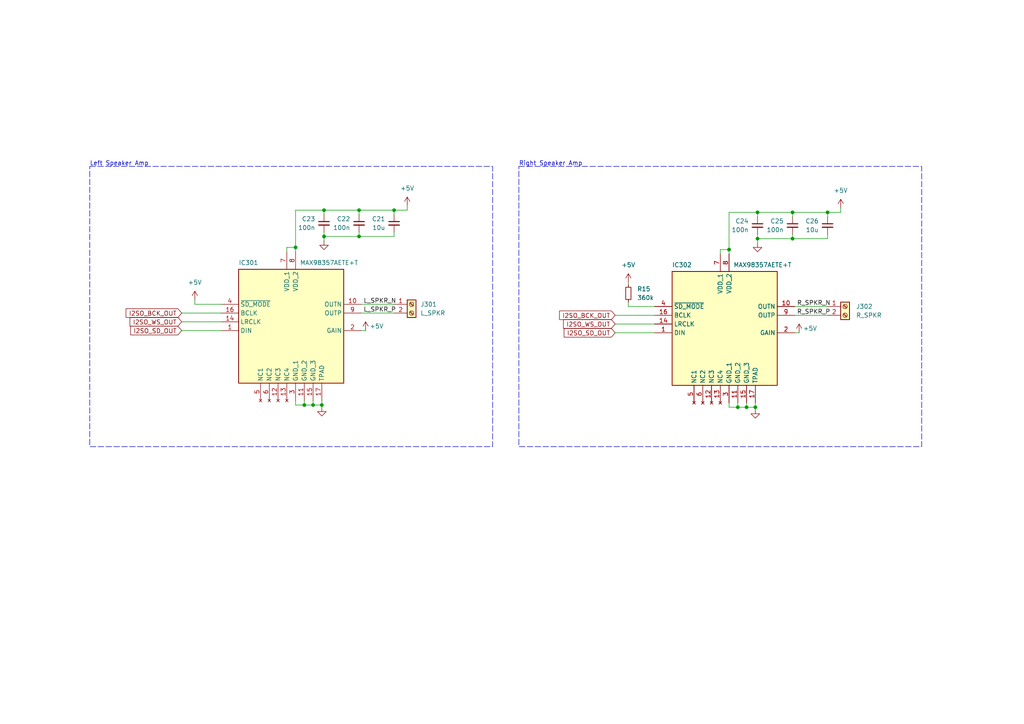
<source format=kicad_sch>
(kicad_sch (version 20230121) (generator eeschema)
  (paper "A4")
  (lib_symbols
    (symbol "Connector:Screw_Terminal_01x02" (pin_names (offset 1.016) hide)
      (property "Reference" "J" (at 0 2.54 0))
      (property "Value" "Screw_Terminal_01x02" (at 0 -5.08 0))
      (symbol "Screw_Terminal_01x02_1_1"
        (rectangle (start -1.27 1.27) (end 1.27 -3.81) (stroke (width 0.254)) (fill (type background)))
        (circle (center 0 -2.54) (radius 0.635) (stroke (width 0.1524)))
        (polyline (pts (xy -0.5334 -2.2098) (xy 0.3302 -3.048)) (stroke (width 0.1524)))
        (polyline (pts (xy -0.5334 0.3302) (xy 0.3302 -0.508)) (stroke (width 0.1524)))
        (polyline (pts (xy -0.3556 -2.032) (xy 0.508 -2.8702)) (stroke (width 0.1524)))
        (polyline (pts (xy -0.3556 0.508) (xy 0.508 -0.3302)) (stroke (width 0.1524)))
        (circle (center 0 0) (radius 0.635) (stroke (width 0.1524)))
        (pin passive line (at -5.08 0 0) (length 3.81) (name "Pin_1") (number "1"))
        (pin passive line (at -5.08 -2.54 0) (length 3.81) (name "Pin_2") (number "2"))
      )
    )
    (symbol "Device:C_Small" (pin_numbers hide) (pin_names (offset 0.254) hide)
      (property "Reference" "C" (at 0.254 1.778 0))
      (property "Value" "C_Small" (at 0.254 -2.032 0))
      (symbol "C_Small_0_1"
        (polyline (pts (xy -1.524 -0.508) (xy 1.524 -0.508)) (stroke (width 0.3302)))
        (polyline (pts (xy -1.524 0.508) (xy 1.524 0.508)) (stroke (width 0.3048)))
      )
      (symbol "C_Small_1_1"
        (pin passive line (at 0 2.54 270) (length 2.032) (name "~") (number "1"))
        (pin passive line (at 0 -2.54 90) (length 2.032) (name "~") (number "2"))
      )
    )
    (symbol "Device:R_Small" (pin_numbers hide) (pin_names (offset 0.254) hide)
      (property "Reference" "R" (at 0.762 0.508 0))
      (property "Value" "R_Small" (at 0.762 -1.016 0))
      (symbol "R_Small_0_1"
        (rectangle (start -0.762 1.778) (end 0.762 -1.778) (stroke (width 0.2032)))
      )
      (symbol "R_Small_1_1"
        (pin passive line (at 0 2.54 270) (length 0.762) (name "~") (number "1"))
        (pin passive line (at 0 -2.54 90) (length 0.762) (name "~") (number "2"))
      )
    )
    (symbol "MAX98357AETE+T:MAX98357AETE+T"
      (property "Reference" "IC302" (at 23.7841 17.78 0))
      (property "Value" "MAX98357AETE+T" (at 23.7841 15.24 0))
      (symbol "MAX98357AETE+T_1_1"
        (rectangle (start 5.08 12.7) (end 35.56 -20.32) (stroke (width 0.254)) (fill (type background)))
        (pin input line (at 0 -5.08 0) (length 5.08) (name "DIN") (number "1"))
        (pin output line (at 40.64 2.54 180) (length 5.08) (name "OUTN") (number "10"))
        (pin power_in line (at 24.13 -25.4 90) (length 5.08) (name "GND_2") (number "11"))
        (pin no_connect line (at 16.51 -25.4 90) (length 5.08) (name "NC3") (number "12"))
        (pin no_connect line (at 19.05 -25.4 90) (length 5.08) (name "NC4") (number "13"))
        (pin input line (at 0 -2.54 0) (length 5.08) (name "LRCLK") (number "14"))
        (pin power_in line (at 26.67 -25.4 90) (length 5.08) (name "GND_3") (number "15"))
        (pin input line (at 0 0 0) (length 5.08) (name "BCLK") (number "16"))
        (pin power_in line (at 29.21 -25.4 90) (length 5.08) (name "TPAD") (number "17"))
        (pin passive line (at 40.64 -5.08 180) (length 5.08) (name "GAIN") (number "2"))
        (pin power_in line (at 21.59 -25.4 90) (length 5.08) (name "GND_1") (number "3"))
        (pin input line (at 0 2.54 0) (length 5.08) (name "~{SD_MODE}") (number "4"))
        (pin no_connect line (at 11.43 -25.4 90) (length 5.08) (name "NC1") (number "5"))
        (pin no_connect line (at 13.97 -25.4 90) (length 5.08) (name "NC2") (number "6"))
        (pin power_in line (at 19.05 17.78 270) (length 5.08) (name "VDD_1") (number "7"))
        (pin power_in line (at 21.59 17.78 270) (length 5.08) (name "VDD_2") (number "8"))
        (pin output line (at 40.64 0 180) (length 5.08) (name "OUTP") (number "9"))
      )
    )
    (symbol "power:+5V" (power) (pin_names (offset 0))
      (property "Value" "+5V" (at 0 3.556 0))
      (symbol "+5V_0_1"
        (polyline (pts (xy -0.762 1.27) (xy 0 2.54)))
        (polyline (pts (xy 0 0) (xy 0 2.54)))
        (polyline (pts (xy 0 2.54) (xy 0.762 1.27)))
      )
      (symbol "+5V_1_1"
        (pin power_in line (at 0 0 90) (length 0) hide (name "+5V") (number "1"))
      )
    )
    (symbol "power:GND" (power) (pin_names (offset 0))
      (property "Value" "GND" (at 0 -3.81 0))
      (symbol "GND_0_1"
        (polyline (pts (xy 0 0) (xy 0 -1.27) (xy 1.27 -1.27) (xy 0 -2.54) (xy -1.27 -1.27) (xy 0 -1.27)))
      )
      (symbol "GND_1_1"
        (pin power_in line (at 0 0 270) (length 0) hide (name "GND") (number "1"))
      )
    )
  )
  (junction (at 219.71 69.215))
  (junction (at 93.98 68.58))
  (junction (at 219.075 118.11))
  (junction (at 114.3 60.96))
  (junction (at 229.87 69.215))
  (junction (at 85.725 71.755))
  (junction (at 240.03 61.595))
  (junction (at 219.71 61.595))
  (junction (at 229.87 61.595))
  (junction (at 211.455 72.39))
  (junction (at 104.14 60.96))
  (junction (at 90.805 117.475))
  (junction (at 104.14 68.58))
  (junction (at 213.995 118.11))
  (junction (at 216.535 118.11))
  (junction (at 88.265 117.475))
  (junction (at 93.98 60.96))
  (junction (at 93.345 117.475))
  (wire (pts (xy 85.725 71.755) (xy 83.185 71.755)))
  (wire (pts (xy 243.84 60.325) (xy 243.84 61.595)))
  (wire (pts (xy 56.515 86.995) (xy 56.515 88.265)))
  (wire (pts (xy 182.245 87.63) (xy 182.245 88.9)))
  (wire (pts (xy 52.705 90.805) (xy 64.135 90.805)))
  (wire (pts (xy 64.135 88.265) (xy 56.515 88.265)))
  (wire (pts (xy 52.705 95.885) (xy 64.135 95.885)))
  (wire (pts (xy 114.3 67.31) (xy 114.3 68.58)))
  (wire (pts (xy 118.11 60.96) (xy 114.3 60.96)))
  (wire (pts (xy 213.995 118.11) (xy 216.535 118.11)))
  (wire (pts (xy 219.71 69.215) (xy 229.87 69.215)))
  (wire (pts (xy 104.14 60.96) (xy 93.98 60.96)))
  (wire (pts (xy 85.725 60.96) (xy 85.725 71.755)))
  (wire (pts (xy 104.775 90.805) (xy 114.3 90.805)))
  (wire (pts (xy 104.14 60.96) (xy 104.14 62.23)))
  (wire (pts (xy 104.14 67.31) (xy 104.14 68.58)))
  (wire (pts (xy 118.11 59.69) (xy 118.11 60.96)))
  (wire (pts (xy 240.03 61.595) (xy 229.87 61.595)))
  (wire (pts (xy 219.71 69.215) (xy 219.71 70.485)))
  (wire (pts (xy 104.775 88.265) (xy 114.3 88.265)))
  (wire (pts (xy 52.705 93.345) (xy 64.135 93.345)))
  (wire (pts (xy 178.435 93.98) (xy 189.865 93.98)))
  (wire (pts (xy 216.535 118.11) (xy 219.075 118.11)))
  (wire (pts (xy 229.87 67.945) (xy 229.87 69.215)))
  (wire (pts (xy 230.505 88.9) (xy 240.03 88.9)))
  (wire (pts (xy 229.87 69.215) (xy 240.03 69.215)))
  (wire (pts (xy 219.71 61.595) (xy 211.455 61.595)))
  (wire (pts (xy 230.505 96.52) (xy 231.775 96.52)))
  (wire (pts (xy 85.725 117.475) (xy 88.265 117.475)))
  (wire (pts (xy 211.455 118.11) (xy 213.995 118.11)))
  (wire (pts (xy 93.98 67.31) (xy 93.98 68.58)))
  (wire (pts (xy 93.98 60.96) (xy 85.725 60.96)))
  (wire (pts (xy 104.775 95.885) (xy 106.045 95.885)))
  (wire (pts (xy 85.725 116.205) (xy 85.725 117.475)))
  (wire (pts (xy 182.245 81.915) (xy 182.245 82.55)))
  (wire (pts (xy 240.03 67.945) (xy 240.03 69.215)))
  (wire (pts (xy 114.3 62.23) (xy 114.3 60.96)))
  (wire (pts (xy 219.71 67.945) (xy 219.71 69.215)))
  (wire (pts (xy 178.435 96.52) (xy 189.865 96.52)))
  (wire (pts (xy 83.185 71.755) (xy 83.185 73.025)))
  (wire (pts (xy 178.435 91.44) (xy 189.865 91.44)))
  (wire (pts (xy 93.98 60.96) (xy 93.98 62.23)))
  (wire (pts (xy 219.71 61.595) (xy 219.71 62.865)))
  (wire (pts (xy 211.455 61.595) (xy 211.455 72.39)))
  (wire (pts (xy 229.87 61.595) (xy 229.87 62.865)))
  (wire (pts (xy 211.455 72.39) (xy 211.455 73.66)))
  (wire (pts (xy 114.3 60.96) (xy 104.14 60.96)))
  (wire (pts (xy 219.075 118.11) (xy 219.075 116.84)))
  (wire (pts (xy 208.915 72.39) (xy 208.915 73.66)))
  (wire (pts (xy 216.535 116.84) (xy 216.535 118.11)))
  (wire (pts (xy 219.075 118.11) (xy 219.075 118.745)))
  (wire (pts (xy 88.265 116.205) (xy 88.265 117.475)))
  (wire (pts (xy 90.805 117.475) (xy 93.345 117.475)))
  (wire (pts (xy 243.84 61.595) (xy 240.03 61.595)))
  (wire (pts (xy 93.98 68.58) (xy 93.98 69.85)))
  (wire (pts (xy 93.345 117.475) (xy 93.345 118.11)))
  (wire (pts (xy 213.995 116.84) (xy 213.995 118.11)))
  (wire (pts (xy 93.98 68.58) (xy 104.14 68.58)))
  (wire (pts (xy 104.14 68.58) (xy 114.3 68.58)))
  (wire (pts (xy 182.245 88.9) (xy 189.865 88.9)))
  (wire (pts (xy 229.87 61.595) (xy 219.71 61.595)))
  (wire (pts (xy 211.455 116.84) (xy 211.455 118.11)))
  (wire (pts (xy 211.455 72.39) (xy 208.915 72.39)))
  (wire (pts (xy 230.505 91.44) (xy 240.03 91.44)))
  (wire (pts (xy 90.805 116.205) (xy 90.805 117.475)))
  (wire (pts (xy 93.345 117.475) (xy 93.345 116.205)))
  (wire (pts (xy 85.725 71.755) (xy 85.725 73.025)))
  (wire (pts (xy 88.265 117.475) (xy 90.805 117.475)))
  (wire (pts (xy 240.03 62.865) (xy 240.03 61.595)))
  (rectangle (start 26.035 48.26) (end 142.875 129.54) (stroke (width 0) (type dash)))
  (rectangle (start 150.495 48.26) (end 267.335 129.54) (stroke (width 0) (type dash)))
  (text "Left Speaker Amp" (at 26.035 48.26 0) (effects (font (size 1.27 1.27)) (justify left bottom)))
  (text "Right Speaker Amp" (at 150.495 48.26 0) (effects (font (size 1.27 1.27)) (justify left bottom)))
  (label "R_SPKR_N" (at 231.14 88.9 0))
  (label "L_SPKR_N" (at 105.41 88.265 0))
  (label "L_SPKR_P" (at 105.41 90.805 0))
  (label "R_SPKR_P" (at 231.14 91.44 0))
  (global_label "I2SO_BCK_OUT" (shape input) (at 178.435 91.44 180) (property "Intersheetrefs" "${INTERSHEET_REFS}" (effects hide)))
  (global_label "I2SO_SD_OUT" (shape input) (at 178.435 96.52 180) (property "Intersheetrefs" "${INTERSHEET_REFS}" (effects hide)))
  (global_label "I2SO_WS_OUT" (shape input) (at 178.435 93.98 180) (property "Intersheetrefs" "${INTERSHEET_REFS}" (effects hide)))
  (global_label "I2SO_WS_OUT" (shape input) (at 52.705 93.345 180) (property "Intersheetrefs" "${INTERSHEET_REFS}" (effects hide)))
  (global_label "I2SO_SD_OUT" (shape input) (at 52.705 95.885 180) (property "Intersheetrefs" "${INTERSHEET_REFS}" (effects hide)))
  (global_label "I2SO_BCK_OUT" (shape input) (at 52.705 90.805 180) (property "Intersheetrefs" "${INTERSHEET_REFS}" (effects hide)))
  (symbol (lib_id "Device:C_Small") (at 219.71 65.405 0) (mirror y) (unit 1)
    (property "Reference" "C24" (at 217.17 64.135 0) (effects (justify left)))
    (property "Value" "100n" (at 217.17 66.675 0) (effects (justify left)))
    (property "Footprint" "Capacitor_SMD:C_0402_1005Metric" (effects hide))
    (property "LCSC" "C1525" (effects hide))
    (instances (project "internet-radio-speaker" (path "" (reference "C24") (unit 1)) (path "" (reference "C304") (unit 1))))
  )
  (symbol (lib_id "power:+5V") (at 106.045 95.885 0) (unit 1)
    (property "Reference" "#PWR039" (effects hide))
    (property "Value" "+5V" (at 109.22 94.615 0))
    (instances (project "internet-radio-speaker" (path "" (reference "#PWR039") (unit 1)) (path "" (reference "#PWR0307") (unit 1))))
  )
  (symbol (lib_id "power:GND") (at 219.075 118.745 0) (unit 1)
    (property "Reference" "#PWR041" (effects hide))
    (property "Value" "GND" (effects hide))
    (instances (project "internet-radio-speaker" (path "" (reference "#PWR041") (unit 1)) (path "" (reference "#PWR0310") (unit 1))))
  )
  (symbol (lib_id "power:+5V") (at 56.515 86.995 0) (unit 1)
    (property "Reference" "#PWR044" (effects hide))
    (property "Value" "+5V" (at 56.515 81.915 0))
    (instances (project "internet-radio-speaker" (path "" (reference "#PWR044") (unit 1)) (path "" (reference "#PWR0306") (unit 1))))
  )
  (symbol (lib_id "power:+5V") (at 231.775 96.52 0) (unit 1)
    (property "Reference" "#PWR045" (effects hide))
    (property "Value" "+5V" (at 234.95 95.25 0))
    (instances (project "internet-radio-speaker" (path "" (reference "#PWR045") (unit 1)) (path "" (reference "#PWR0308") (unit 1))))
  )
  (symbol (lib_id "Connector:Screw_Terminal_01x02") (at 245.11 88.9 0) (unit 1)
    (property "Reference" "J302" (at 248.285 88.9 0) (effects (justify left)))
    (property "Value" "R_SPKR" (at 248.285 91.44 0) (effects (justify left)))
    (property "Footprint" "TerminalBlock:TerminalBlock_bornier-2_P5.08mm" (effects hide))
  )
  (symbol (lib_id "power:+5V") (at 243.84 60.325 0) (unit 1)
    (property "Reference" "#PWR037" (effects hide))
    (property "Value" "+5V" (at 243.84 55.245 0))
    (instances (project "internet-radio-speaker" (path "" (reference "#PWR037") (unit 1)) (path "" (reference "#PWR0302") (unit 1))))
  )
  (symbol (lib_id "Device:C_Small") (at 240.03 65.405 0) (mirror y) (unit 1)
    (property "Reference" "C26" (at 237.49 64.135 0) (effects (justify left)))
    (property "Value" "10u" (at 237.49 66.675 0) (effects (justify left)))
    (property "Footprint" "Capacitor_SMD:C_0603_1608Metric" (effects hide))
    (property "LCSC" "C15525" (effects hide))
    (instances (project "internet-radio-speaker" (path "" (reference "C26") (unit 1)) (path "" (reference "C306") (unit 1))))
  )
  (symbol (lib_id "power:GND") (at 93.345 118.11 0) (unit 1)
    (property "Reference" "#PWR042" (effects hide))
    (property "Value" "GND" (effects hide))
    (instances (project "internet-radio-speaker" (path "" (reference "#PWR042") (unit 1)) (path "" (reference "#PWR0309") (unit 1))))
  )
  (symbol (lib_id "power:GND") (at 219.71 70.485 0) (unit 1)
    (property "Reference" "#PWR040" (effects hide))
    (property "Value" "GND" (effects hide))
    (instances (project "internet-radio-speaker" (path "" (reference "#PWR040") (unit 1)) (path "" (reference "#PWR0304") (unit 1))))
  )
  (symbol (lib_id "MAX98357AETE+T:MAX98357AETE+T") (at 64.135 90.805 0) (unit 1)
    (property "Reference" "IC301" (at 69.215 76.2 0) (effects (justify left)))
    (property "Value" "MAX98357AETE+T" (at 86.995 76.2 0) (effects (justify left)))
    (property "Footprint" "Package_DFN_QFN:TQFN-16-1EP_3x3mm_P0.5mm_EP1.23x1.23mm_ThermalVias" (effects hide))
    (property "Datasheet" "https://datasheets.maximintegrated.com/en/ds/MAX98357A-MAX98357B.pdf" (effects hide))
    (property "LCSC" "C910544" (effects hide))
  )
  (symbol (lib_id "power:GND") (at 93.98 69.85 0) (unit 1)
    (property "Reference" "#PWR038" (effects hide))
    (property "Value" "GND" (effects hide))
    (instances (project "internet-radio-speaker" (path "" (reference "#PWR038") (unit 1)) (path "" (reference "#PWR0303") (unit 1))))
  )
  (symbol (lib_id "Device:C_Small") (at 93.98 64.77 0) (mirror y) (unit 1)
    (property "Reference" "C23" (at 91.44 63.5 0) (effects (justify left)))
    (property "Value" "100n" (at 91.44 66.04 0) (effects (justify left)))
    (property "Footprint" "Capacitor_SMD:C_0402_1005Metric" (effects hide))
    (property "LCSC" "C1525" (effects hide))
    (instances (project "internet-radio-speaker" (path "" (reference "C23") (unit 1)) (path "" (reference "C301") (unit 1))))
  )
  (symbol (lib_id "Device:C_Small") (at 104.14 64.77 0) (mirror y) (unit 1)
    (property "Reference" "C22" (at 101.6 63.5 0) (effects (justify left)))
    (property "Value" "100n" (at 101.6 66.04 0) (effects (justify left)))
    (property "Footprint" "Capacitor_SMD:C_0402_1005Metric" (effects hide))
    (property "LCSC" "C1525" (effects hide))
    (instances (project "internet-radio-speaker" (path "" (reference "C22") (unit 1)) (path "" (reference "C302") (unit 1))))
  )
  (symbol (lib_id "power:+5V") (at 118.11 59.69 0) (unit 1)
    (property "Reference" "#PWR06" (effects hide))
    (property "Value" "+5V" (at 118.11 54.61 0))
    (instances (project "internet-radio-speaker" (path "" (reference "#PWR06") (unit 1)) (path "" (reference "#PWR0301") (unit 1))))
  )
  (symbol (lib_id "Device:C_Small") (at 114.3 64.77 0) (mirror y) (unit 1)
    (property "Reference" "C21" (at 111.76 63.5 0) (effects (justify left)))
    (property "Value" "10u" (at 111.76 66.04 0) (effects (justify left)))
    (property "Footprint" "Capacitor_SMD:C_0603_1608Metric" (effects hide))
    (property "LCSC" "C15525" (effects hide))
    (instances (project "internet-radio-speaker" (path "" (reference "C21") (unit 1)) (path "" (reference "C303") (unit 1))))
  )
  (symbol (lib_id "Device:R_Small") (at 182.245 85.09 0) (unit 1)
    (property "Reference" "R15" (at 184.785 83.82 0) (effects (justify left)))
    (property "Value" "360k" (at 184.785 86.36 0) (effects (justify left)))
    (property "Footprint" "Resistor_SMD:R_0402_1005Metric" (effects hide))
    (property "LCSC" "C45956" (effects hide))
    (instances (project "internet-radio-speaker" (path "" (reference "R15") (unit 1)) (path "" (reference "R301") (unit 1))))
  )
  (symbol (lib_id "MAX98357AETE+T:MAX98357AETE+T") (at 189.865 91.44 0) (unit 1)
    (property "Reference" "IC302" (at 194.945 76.835 0) (effects (justify left)))
    (property "Value" "MAX98357AETE+T" (at 212.725 76.835 0) (effects (justify left)))
    (property "Footprint" "Package_DFN_QFN:TQFN-16-1EP_3x3mm_P0.5mm_EP1.23x1.23mm_ThermalVias" (effects hide))
    (property "Datasheet" "https://datasheets.maximintegrated.com/en/ds/MAX98357A-MAX98357B.pdf" (effects hide))
    (property "LCSC" "C910544" (effects hide))
  )
  (symbol (lib_id "power:+5V") (at 182.245 81.915 0) (unit 1)
    (property "Reference" "#PWR036" (effects hide))
    (property "Value" "+5V" (at 182.245 76.835 0))
    (instances (project "internet-radio-speaker" (path "" (reference "#PWR036") (unit 1)) (path "" (reference "#PWR0305") (unit 1))))
  )
  (symbol (lib_id "Device:C_Small") (at 229.87 65.405 0) (mirror y) (unit 1)
    (property "Reference" "C25" (at 227.33 64.135 0) (effects (justify left)))
    (property "Value" "100n" (at 227.33 66.675 0) (effects (justify left)))
    (property "Footprint" "Capacitor_SMD:C_0402_1005Metric" (effects hide))
    (property "LCSC" "C1525" (effects hide))
    (instances (project "internet-radio-speaker" (path "" (reference "C25") (unit 1)) (path "" (reference "C305") (unit 1))))
  )
  (symbol (lib_id "Connector:Screw_Terminal_01x02") (at 119.38 88.265 0) (unit 1)
    (property "Reference" "J301" (at 121.92 88.265 0) (effects (justify left)))
    (property "Value" "L_SPKR" (at 121.92 90.805 0) (effects (justify left)))
    (property "Footprint" "TerminalBlock:TerminalBlock_bornier-2_P5.08mm" (effects hide))
  )
)
</source>
